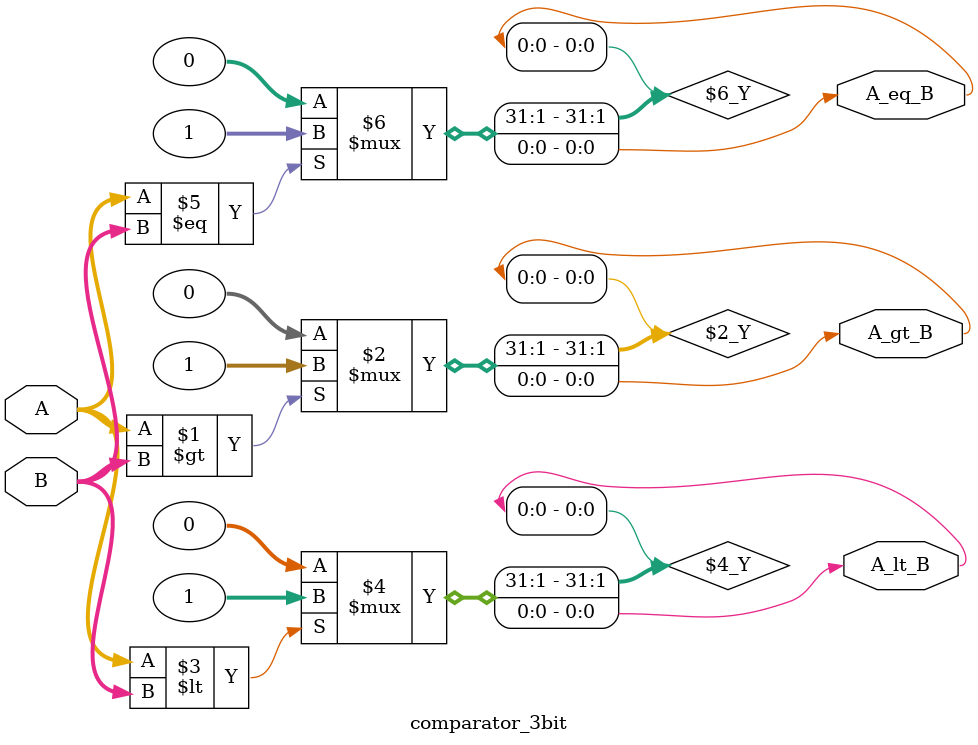
<source format=v>
module comparator_3bit (
    input [2:0] A,   // 3-bit input A
    input [2:0] B,   // 3-bit input B
    output A_gt_B,   // Output: A > B
    output A_lt_B,   // Output: A < B
    output A_eq_B    // Output: A == B
);
    
    assign A_gt_B = (A > B) ? 1 : 0;
    assign A_lt_B = (A < B) ? 1 : 0;
    assign A_eq_B = (A == B) ? 1 : 0;

endmodule

</source>
